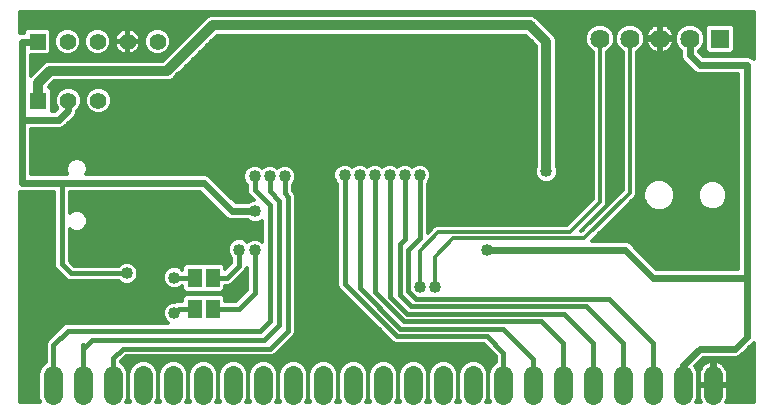
<source format=gbl>
G75*
G70*
%OFA0B0*%
%FSLAX24Y24*%
%IPPOS*%
%LPD*%
%AMOC8*
5,1,8,0,0,1.08239X$1,22.5*
%
%ADD10R,0.0640X0.0640*%
%ADD11C,0.0640*%
%ADD12R,0.0555X0.0555*%
%ADD13C,0.0555*%
%ADD14C,0.0640*%
%ADD15R,0.0460X0.0630*%
%ADD16C,0.0120*%
%ADD17C,0.0400*%
%ADD18C,0.0240*%
%ADD19C,0.0160*%
%ADD20C,0.0320*%
D10*
X023889Y012464D03*
D11*
X022889Y012464D03*
X021889Y012464D03*
X020889Y012464D03*
X019889Y012464D03*
D12*
X001139Y012366D03*
X001170Y010397D03*
D13*
X002170Y010397D03*
X003170Y010397D03*
X003139Y012366D03*
X004139Y012366D03*
X005139Y012366D03*
X002139Y012366D03*
D14*
X001670Y001240D02*
X001670Y000600D01*
X002670Y000600D02*
X002670Y001240D01*
X003670Y001240D02*
X003670Y000600D01*
X004670Y000600D02*
X004670Y001240D01*
X005670Y001240D02*
X005670Y000600D01*
X006670Y000600D02*
X006670Y001240D01*
X007670Y001240D02*
X007670Y000600D01*
X008670Y000600D02*
X008670Y001240D01*
X009670Y001240D02*
X009670Y000600D01*
X010670Y000600D02*
X010670Y001240D01*
X011670Y001240D02*
X011670Y000600D01*
X012670Y000600D02*
X012670Y001240D01*
X013670Y001240D02*
X013670Y000600D01*
X014670Y000600D02*
X014670Y001240D01*
X015670Y001240D02*
X015670Y000600D01*
X016670Y000600D02*
X016670Y001240D01*
X017670Y001240D02*
X017670Y000600D01*
X018670Y000600D02*
X018670Y001240D01*
X019670Y001240D02*
X019670Y000600D01*
X020670Y000600D02*
X020670Y001240D01*
X021670Y001240D02*
X021670Y000600D01*
X022670Y000600D02*
X022670Y001240D01*
X023670Y001240D02*
X023670Y000600D01*
D15*
X006982Y003459D03*
X006382Y003459D03*
X006382Y004492D03*
X006982Y004492D03*
D16*
X000563Y007344D02*
X000563Y000341D01*
X001237Y000341D01*
X001170Y000501D01*
X001170Y001340D01*
X001246Y001524D01*
X001387Y001664D01*
X001410Y001674D01*
X001410Y002184D01*
X001410Y002288D01*
X001450Y002383D01*
X002007Y002941D01*
X002103Y002980D01*
X002206Y002980D01*
X005503Y002980D01*
X005483Y002989D01*
X005376Y003096D01*
X005318Y003235D01*
X005318Y003386D01*
X005376Y003526D01*
X005483Y003633D01*
X005622Y003691D01*
X005727Y003691D01*
X005794Y003718D01*
X005897Y003718D01*
X005972Y003718D01*
X005972Y003848D01*
X006078Y003953D01*
X006678Y003953D01*
X007287Y003953D01*
X007392Y003848D01*
X007392Y003718D01*
X007756Y003718D01*
X008123Y004086D01*
X008123Y004833D01*
X008084Y004738D01*
X007690Y004345D01*
X007617Y004272D01*
X007521Y004232D01*
X007392Y004232D01*
X007392Y004102D01*
X007287Y003997D01*
X006678Y003997D01*
X006078Y003997D01*
X005972Y004102D01*
X005972Y004229D01*
X005913Y004170D01*
X005774Y004112D01*
X005622Y004112D01*
X005483Y004170D01*
X005376Y004277D01*
X005318Y004416D01*
X005318Y004568D01*
X005376Y004707D01*
X005483Y004814D01*
X005622Y004872D01*
X005774Y004872D01*
X005913Y004814D01*
X005972Y004755D01*
X005972Y004881D01*
X006078Y004987D01*
X006678Y004987D01*
X007287Y004987D01*
X007392Y004881D01*
X007392Y004782D01*
X007603Y004993D01*
X007603Y005150D01*
X007541Y005212D01*
X007483Y005351D01*
X007483Y005503D01*
X007541Y005642D01*
X007648Y005749D01*
X007788Y005807D01*
X007939Y005807D01*
X008079Y005749D01*
X008131Y005697D01*
X008168Y005733D01*
X008307Y005791D01*
X008459Y005791D01*
X008598Y005733D01*
X008637Y005695D01*
X008637Y006401D01*
X008620Y006384D01*
X008480Y006327D01*
X008329Y006327D01*
X008189Y006384D01*
X008167Y006407D01*
X007677Y006407D01*
X007558Y006407D01*
X007447Y006452D01*
X006558Y007342D01*
X002218Y007342D01*
X002218Y006655D01*
X002248Y006684D01*
X002379Y006739D01*
X002521Y006739D01*
X002652Y006684D01*
X002753Y006584D01*
X002807Y006453D01*
X002807Y006311D01*
X002753Y006179D01*
X002652Y006079D01*
X002521Y006025D01*
X002379Y006025D01*
X002248Y006079D01*
X002218Y006109D01*
X002218Y005043D01*
X002361Y004900D01*
X003846Y004900D01*
X003908Y004962D01*
X004048Y005020D01*
X004199Y005020D01*
X004338Y004962D01*
X004445Y004855D01*
X004503Y004715D01*
X004503Y004564D01*
X004445Y004424D01*
X004338Y004317D01*
X004199Y004260D01*
X004048Y004260D01*
X003908Y004317D01*
X003846Y004380D01*
X002305Y004380D01*
X002201Y004380D01*
X002106Y004419D01*
X001811Y004714D01*
X001737Y004788D01*
X001698Y004883D01*
X001698Y007342D01*
X000689Y007342D01*
X000569Y007342D01*
X000563Y007344D01*
X000563Y007274D02*
X001698Y007274D01*
X001698Y007155D02*
X000563Y007155D01*
X000563Y007037D02*
X001698Y007037D01*
X001698Y006918D02*
X000563Y006918D01*
X000563Y006800D02*
X001698Y006800D01*
X001698Y006681D02*
X000563Y006681D01*
X000563Y006563D02*
X001698Y006563D01*
X001698Y006444D02*
X000563Y006444D01*
X000563Y006326D02*
X001698Y006326D01*
X001698Y006207D02*
X000563Y006207D01*
X000563Y006088D02*
X001698Y006088D01*
X001698Y005970D02*
X000563Y005970D01*
X000563Y005851D02*
X001698Y005851D01*
X001698Y005733D02*
X000563Y005733D01*
X000563Y005614D02*
X001698Y005614D01*
X001698Y005496D02*
X000563Y005496D01*
X000563Y005377D02*
X001698Y005377D01*
X001698Y005259D02*
X000563Y005259D01*
X000563Y005140D02*
X001698Y005140D01*
X001698Y005022D02*
X000563Y005022D01*
X000563Y004903D02*
X001698Y004903D01*
X001741Y004784D02*
X000563Y004784D01*
X000563Y004666D02*
X001859Y004666D01*
X001978Y004547D02*
X000563Y004547D01*
X000563Y004429D02*
X002096Y004429D01*
X002357Y004903D02*
X003849Y004903D01*
X004397Y004903D02*
X005994Y004903D01*
X005972Y004784D02*
X005943Y004784D01*
X005453Y004784D02*
X004474Y004784D01*
X004503Y004666D02*
X005359Y004666D01*
X005318Y004547D02*
X004496Y004547D01*
X004447Y004429D02*
X005318Y004429D01*
X005362Y004310D02*
X004321Y004310D01*
X003925Y004310D02*
X000563Y004310D01*
X000563Y004192D02*
X005461Y004192D01*
X005935Y004192D02*
X005972Y004192D01*
X006001Y004073D02*
X000563Y004073D01*
X000563Y003955D02*
X007992Y003955D01*
X008110Y004073D02*
X007363Y004073D01*
X007392Y004192D02*
X008123Y004192D01*
X008123Y004310D02*
X007656Y004310D01*
X007774Y004429D02*
X008123Y004429D01*
X008123Y004547D02*
X007893Y004547D01*
X008011Y004666D02*
X008123Y004666D01*
X008123Y004784D02*
X008103Y004784D01*
X007603Y005022D02*
X002239Y005022D01*
X002218Y005140D02*
X007603Y005140D01*
X007522Y005259D02*
X002218Y005259D01*
X002218Y005377D02*
X007483Y005377D01*
X007483Y005496D02*
X002218Y005496D01*
X002218Y005614D02*
X007530Y005614D01*
X007632Y005733D02*
X002218Y005733D01*
X002218Y005851D02*
X008637Y005851D01*
X008637Y005733D02*
X008599Y005733D01*
X008637Y005970D02*
X002218Y005970D01*
X002218Y006088D02*
X002238Y006088D01*
X002662Y006088D02*
X008637Y006088D01*
X008637Y006207D02*
X002764Y006207D01*
X002807Y006326D02*
X008637Y006326D01*
X009747Y006326D02*
X011123Y006326D01*
X011123Y006444D02*
X009747Y006444D01*
X009747Y006563D02*
X011123Y006563D01*
X011123Y006681D02*
X009747Y006681D01*
X009747Y006800D02*
X011123Y006800D01*
X011123Y006918D02*
X009747Y006918D01*
X009747Y007037D02*
X011123Y007037D01*
X011123Y007155D02*
X009747Y007155D01*
X009747Y007250D02*
X009708Y007346D01*
X009643Y007411D01*
X009643Y007594D01*
X009705Y007656D01*
X009763Y007796D01*
X009763Y007947D01*
X009705Y008086D01*
X009598Y008193D01*
X009459Y008251D01*
X009307Y008251D01*
X009168Y008193D01*
X009133Y008159D01*
X009098Y008193D01*
X008959Y008251D01*
X008807Y008251D01*
X008668Y008193D01*
X008633Y008159D01*
X008598Y008193D01*
X008459Y008251D01*
X008307Y008251D01*
X008168Y008193D01*
X008061Y008086D01*
X008003Y007947D01*
X008003Y007796D01*
X008061Y007656D01*
X008123Y007594D01*
X008123Y007469D01*
X008123Y007365D01*
X008163Y007270D01*
X008346Y007086D01*
X008329Y007086D01*
X008189Y007029D01*
X008167Y007006D01*
X007741Y007006D01*
X006936Y007811D01*
X006936Y007811D01*
X006852Y007896D01*
X006742Y007942D01*
X002765Y007942D01*
X002807Y008043D01*
X002807Y008185D01*
X002753Y008316D01*
X002652Y008417D01*
X002521Y008471D01*
X002379Y008471D01*
X002248Y008417D01*
X002147Y008316D01*
X002093Y008185D01*
X002093Y008043D01*
X002135Y007942D01*
X001898Y007942D01*
X000929Y007942D01*
X000929Y009458D01*
X001919Y009458D01*
X002029Y009503D01*
X002114Y009588D01*
X002425Y009899D01*
X002470Y010009D01*
X002470Y010050D01*
X002558Y010138D01*
X002628Y010306D01*
X002628Y010488D01*
X002558Y010657D01*
X002430Y010785D01*
X002261Y010855D01*
X002079Y010855D01*
X001911Y010785D01*
X001783Y010657D01*
X001713Y010488D01*
X001713Y010306D01*
X001783Y010138D01*
X001799Y010122D01*
X001735Y010058D01*
X001628Y010058D01*
X001628Y010749D01*
X001522Y010855D01*
X001518Y010855D01*
X001705Y011042D01*
X005384Y011042D01*
X005520Y011042D01*
X005644Y011094D01*
X007118Y012567D01*
X017417Y012567D01*
X017760Y012225D01*
X017760Y008207D01*
X017720Y008111D01*
X017720Y007960D01*
X017777Y007820D01*
X017884Y007713D01*
X018024Y007655D01*
X018175Y007655D01*
X018315Y007713D01*
X018422Y007820D01*
X018479Y007960D01*
X018479Y008111D01*
X018439Y008207D01*
X018439Y012434D01*
X018388Y012559D01*
X018292Y012654D01*
X017751Y013196D01*
X017626Y013247D01*
X017491Y013247D01*
X007045Y013247D01*
X006910Y013247D01*
X006785Y013196D01*
X005311Y011722D01*
X001496Y011722D01*
X001371Y011670D01*
X001276Y011574D01*
X000929Y011227D01*
X000929Y011909D01*
X001491Y011909D01*
X001596Y012014D01*
X001596Y012718D01*
X001491Y012823D01*
X000787Y012823D01*
X000681Y012718D01*
X000681Y012666D01*
X000569Y012666D01*
X000563Y012663D01*
X000563Y013367D01*
X025006Y013367D01*
X025006Y011789D01*
X024962Y011833D01*
X024852Y011879D01*
X024733Y011879D01*
X023342Y011879D01*
X023189Y012032D01*
X023189Y012057D01*
X023313Y012181D01*
X023389Y012365D01*
X023389Y012564D01*
X023313Y012748D01*
X023172Y012888D01*
X022988Y012964D01*
X022789Y012964D01*
X022606Y012888D01*
X022465Y012748D01*
X022389Y012564D01*
X022389Y012365D01*
X022465Y012181D01*
X022589Y012057D01*
X022589Y011967D01*
X022589Y011848D01*
X022635Y011737D01*
X022963Y011409D01*
X023048Y011324D01*
X023158Y011279D01*
X024492Y011279D01*
X024492Y004792D01*
X021767Y004792D01*
X020883Y005676D01*
X020773Y005721D01*
X020654Y005721D01*
X019622Y005721D01*
X021092Y007192D01*
X021129Y007280D01*
X021129Y007375D01*
X021129Y012023D01*
X021172Y012041D01*
X021313Y012181D01*
X021389Y012365D01*
X021389Y012564D01*
X021313Y012748D01*
X021172Y012888D01*
X020988Y012964D01*
X020789Y012964D01*
X020606Y012888D01*
X020465Y012748D01*
X020389Y012564D01*
X020313Y012748D01*
X020172Y012888D01*
X019988Y012964D01*
X019789Y012964D01*
X019606Y012888D01*
X019465Y012748D01*
X019389Y012564D01*
X019389Y012365D01*
X019465Y012181D01*
X019606Y012041D01*
X019649Y012023D01*
X019649Y007111D01*
X018799Y006260D01*
X014454Y006260D01*
X014366Y006224D01*
X014299Y006156D01*
X014143Y006001D01*
X014143Y007634D01*
X014205Y007696D01*
X014263Y007836D01*
X014263Y007987D01*
X014205Y008126D01*
X014098Y008233D01*
X013959Y008291D01*
X013807Y008291D01*
X013668Y008233D01*
X013633Y008199D01*
X013598Y008233D01*
X013459Y008291D01*
X013307Y008291D01*
X013168Y008233D01*
X013133Y008199D01*
X013098Y008233D01*
X012959Y008291D01*
X012807Y008291D01*
X012668Y008233D01*
X012633Y008199D01*
X012598Y008233D01*
X012459Y008291D01*
X012307Y008291D01*
X012168Y008233D01*
X012133Y008199D01*
X012098Y008233D01*
X011959Y008291D01*
X011807Y008291D01*
X011668Y008233D01*
X011633Y008199D01*
X011598Y008233D01*
X011459Y008291D01*
X011307Y008291D01*
X011168Y008233D01*
X011061Y008126D01*
X011003Y007987D01*
X011003Y007836D01*
X011061Y007696D01*
X011123Y007634D01*
X011123Y004345D01*
X011123Y004241D01*
X011163Y004146D01*
X012914Y002394D01*
X012987Y002321D01*
X013083Y002281D01*
X016006Y002281D01*
X016410Y001876D01*
X016410Y001674D01*
X016387Y001664D01*
X016246Y001524D01*
X016170Y001340D01*
X016094Y001524D01*
X015954Y001664D01*
X015770Y001740D01*
X015571Y001740D01*
X015387Y001664D01*
X015246Y001524D01*
X015170Y001340D01*
X015094Y001524D01*
X014954Y001664D01*
X014770Y001740D01*
X014571Y001740D01*
X014387Y001664D01*
X014246Y001524D01*
X014170Y001340D01*
X014094Y001524D01*
X013954Y001664D01*
X013770Y001740D01*
X013571Y001740D01*
X013387Y001664D01*
X013246Y001524D01*
X013170Y001340D01*
X013094Y001524D01*
X012954Y001664D01*
X012770Y001740D01*
X012571Y001740D01*
X012387Y001664D01*
X012246Y001524D01*
X012170Y001340D01*
X012094Y001524D01*
X011954Y001664D01*
X011770Y001740D01*
X011571Y001740D01*
X011387Y001664D01*
X011246Y001524D01*
X011170Y001340D01*
X011094Y001524D01*
X010954Y001664D01*
X010770Y001740D01*
X010571Y001740D01*
X010387Y001664D01*
X010246Y001524D01*
X010170Y001340D01*
X010094Y001524D01*
X009954Y001664D01*
X009770Y001740D01*
X009571Y001740D01*
X009387Y001664D01*
X009246Y001524D01*
X009170Y001340D01*
X009094Y001524D01*
X008954Y001664D01*
X008770Y001740D01*
X008571Y001740D01*
X008387Y001664D01*
X008246Y001524D01*
X008170Y001340D01*
X008094Y001524D01*
X007954Y001664D01*
X007770Y001740D01*
X007571Y001740D01*
X007387Y001664D01*
X007246Y001524D01*
X007170Y001340D01*
X007094Y001524D01*
X006954Y001664D01*
X006770Y001740D01*
X006571Y001740D01*
X006387Y001664D01*
X006246Y001524D01*
X006170Y001340D01*
X006094Y001524D01*
X005954Y001664D01*
X005770Y001740D01*
X005571Y001740D01*
X005387Y001664D01*
X005246Y001524D01*
X005170Y001340D01*
X005094Y001524D01*
X004954Y001664D01*
X004770Y001740D01*
X004571Y001740D01*
X004387Y001664D01*
X004246Y001524D01*
X004170Y001340D01*
X004094Y001524D01*
X003954Y001664D01*
X003930Y001674D01*
X003930Y001714D01*
X004086Y001870D01*
X008948Y001870D01*
X009044Y001909D01*
X009117Y001982D01*
X009708Y002573D01*
X009747Y002669D01*
X009747Y002772D01*
X009747Y007250D01*
X009738Y007274D02*
X011123Y007274D01*
X011123Y007392D02*
X009661Y007392D01*
X009643Y007511D02*
X011123Y007511D01*
X011123Y007629D02*
X009679Y007629D01*
X009743Y007748D02*
X011039Y007748D01*
X011003Y007867D02*
X009763Y007867D01*
X009747Y007985D02*
X011003Y007985D01*
X011051Y008104D02*
X009688Y008104D01*
X009529Y008222D02*
X011157Y008222D01*
X011609Y008222D02*
X011657Y008222D01*
X012109Y008222D02*
X012157Y008222D01*
X012609Y008222D02*
X012657Y008222D01*
X013109Y008222D02*
X013157Y008222D01*
X013609Y008222D02*
X013657Y008222D01*
X014109Y008222D02*
X017760Y008222D01*
X017760Y008341D02*
X002728Y008341D01*
X002792Y008222D02*
X008237Y008222D01*
X008078Y008104D02*
X002807Y008104D01*
X002783Y007985D02*
X008019Y007985D01*
X008003Y007867D02*
X006881Y007867D01*
X007000Y007748D02*
X008023Y007748D01*
X008087Y007629D02*
X007119Y007629D01*
X007237Y007511D02*
X008123Y007511D01*
X008123Y007392D02*
X007356Y007392D01*
X007474Y007274D02*
X008161Y007274D01*
X008277Y007155D02*
X007593Y007155D01*
X007711Y007037D02*
X008209Y007037D01*
X007218Y006681D02*
X002656Y006681D01*
X002762Y006563D02*
X007337Y006563D01*
X007467Y006444D02*
X002807Y006444D01*
X002244Y006681D02*
X002218Y006681D01*
X002218Y006800D02*
X007100Y006800D01*
X006981Y006918D02*
X002218Y006918D01*
X002218Y007037D02*
X006863Y007037D01*
X006744Y007155D02*
X002218Y007155D01*
X002218Y007274D02*
X006626Y007274D01*
X008529Y008222D02*
X008737Y008222D01*
X009029Y008222D02*
X009237Y008222D01*
X009747Y006207D02*
X011123Y006207D01*
X011123Y006088D02*
X009747Y006088D01*
X009747Y005970D02*
X011123Y005970D01*
X011123Y005851D02*
X009747Y005851D01*
X009747Y005733D02*
X011123Y005733D01*
X011123Y005614D02*
X009747Y005614D01*
X009747Y005496D02*
X011123Y005496D01*
X011123Y005377D02*
X009747Y005377D01*
X009747Y005259D02*
X011123Y005259D01*
X011123Y005140D02*
X009747Y005140D01*
X009747Y005022D02*
X011123Y005022D01*
X011123Y004903D02*
X009747Y004903D01*
X009747Y004784D02*
X011123Y004784D01*
X011123Y004666D02*
X009747Y004666D01*
X009747Y004547D02*
X011123Y004547D01*
X011123Y004429D02*
X009747Y004429D01*
X009747Y004310D02*
X011123Y004310D01*
X011143Y004192D02*
X009747Y004192D01*
X009747Y004073D02*
X011235Y004073D01*
X011353Y003955D02*
X009747Y003955D01*
X009747Y003836D02*
X011472Y003836D01*
X011591Y003718D02*
X009747Y003718D01*
X009747Y003599D02*
X011709Y003599D01*
X011828Y003480D02*
X009747Y003480D01*
X009747Y003362D02*
X011946Y003362D01*
X012065Y003243D02*
X009747Y003243D01*
X009747Y003125D02*
X012183Y003125D01*
X012302Y003006D02*
X009747Y003006D01*
X009747Y002888D02*
X012420Y002888D01*
X012539Y002769D02*
X009747Y002769D01*
X009740Y002651D02*
X012657Y002651D01*
X012776Y002532D02*
X009667Y002532D01*
X009548Y002414D02*
X012895Y002414D01*
X012914Y002394D02*
X012914Y002394D01*
X013050Y002295D02*
X009430Y002295D01*
X009311Y002176D02*
X016110Y002176D01*
X016229Y002058D02*
X009193Y002058D01*
X009074Y001939D02*
X016347Y001939D01*
X016410Y001821D02*
X004037Y001821D01*
X003930Y001702D02*
X004479Y001702D01*
X004307Y001584D02*
X004034Y001584D01*
X004118Y001465D02*
X004222Y001465D01*
X004173Y001347D02*
X004168Y001347D01*
X004170Y001340D02*
X004170Y000501D01*
X004104Y000341D01*
X004237Y000341D01*
X004170Y000501D01*
X004170Y001340D01*
X004170Y001228D02*
X004170Y001228D01*
X004170Y001110D02*
X004170Y001110D01*
X004170Y000991D02*
X004170Y000991D01*
X004170Y000873D02*
X004170Y000873D01*
X004170Y000754D02*
X004170Y000754D01*
X004170Y000635D02*
X004170Y000635D01*
X004170Y000517D02*
X004170Y000517D01*
X004128Y000398D02*
X004213Y000398D01*
X005104Y000341D02*
X005170Y000501D01*
X005170Y001340D01*
X005170Y000501D01*
X005237Y000341D01*
X005104Y000341D01*
X005128Y000398D02*
X005213Y000398D01*
X005170Y000517D02*
X005170Y000517D01*
X005170Y000635D02*
X005170Y000635D01*
X005170Y000754D02*
X005170Y000754D01*
X005170Y000873D02*
X005170Y000873D01*
X005170Y000991D02*
X005170Y000991D01*
X005170Y001110D02*
X005170Y001110D01*
X005170Y001228D02*
X005170Y001228D01*
X005168Y001347D02*
X005173Y001347D01*
X005222Y001465D02*
X005118Y001465D01*
X005034Y001584D02*
X005307Y001584D01*
X005479Y001702D02*
X004862Y001702D01*
X005862Y001702D02*
X006479Y001702D01*
X006307Y001584D02*
X006034Y001584D01*
X006118Y001465D02*
X006222Y001465D01*
X006173Y001347D02*
X006168Y001347D01*
X006170Y001340D02*
X006170Y000501D01*
X006104Y000341D01*
X006237Y000341D01*
X006170Y000501D01*
X006170Y001340D01*
X006170Y001228D02*
X006170Y001228D01*
X006170Y001110D02*
X006170Y001110D01*
X006170Y000991D02*
X006170Y000991D01*
X006170Y000873D02*
X006170Y000873D01*
X006170Y000754D02*
X006170Y000754D01*
X006170Y000635D02*
X006170Y000635D01*
X006170Y000517D02*
X006170Y000517D01*
X006128Y000398D02*
X006213Y000398D01*
X007104Y000341D02*
X007170Y000501D01*
X007170Y001340D01*
X007170Y000501D01*
X007237Y000341D01*
X007104Y000341D01*
X007128Y000398D02*
X007213Y000398D01*
X007170Y000517D02*
X007170Y000517D01*
X007170Y000635D02*
X007170Y000635D01*
X007170Y000754D02*
X007170Y000754D01*
X007170Y000873D02*
X007170Y000873D01*
X007170Y000991D02*
X007170Y000991D01*
X007170Y001110D02*
X007170Y001110D01*
X007170Y001228D02*
X007170Y001228D01*
X007168Y001347D02*
X007173Y001347D01*
X007222Y001465D02*
X007118Y001465D01*
X007034Y001584D02*
X007307Y001584D01*
X007479Y001702D02*
X006862Y001702D01*
X007862Y001702D02*
X008479Y001702D01*
X008307Y001584D02*
X008034Y001584D01*
X008118Y001465D02*
X008222Y001465D01*
X008173Y001347D02*
X008168Y001347D01*
X008170Y001340D02*
X008170Y000501D01*
X008104Y000341D01*
X008237Y000341D01*
X008170Y000501D01*
X008170Y001340D01*
X008170Y001228D02*
X008170Y001228D01*
X008170Y001110D02*
X008170Y001110D01*
X008170Y000991D02*
X008170Y000991D01*
X008170Y000873D02*
X008170Y000873D01*
X008170Y000754D02*
X008170Y000754D01*
X008170Y000635D02*
X008170Y000635D01*
X008170Y000517D02*
X008170Y000517D01*
X008128Y000398D02*
X008213Y000398D01*
X009104Y000341D02*
X009170Y000501D01*
X009170Y001340D01*
X009170Y000501D01*
X009237Y000341D01*
X009104Y000341D01*
X009128Y000398D02*
X009213Y000398D01*
X009170Y000517D02*
X009170Y000517D01*
X009170Y000635D02*
X009170Y000635D01*
X009170Y000754D02*
X009170Y000754D01*
X009170Y000873D02*
X009170Y000873D01*
X009170Y000991D02*
X009170Y000991D01*
X009170Y001110D02*
X009170Y001110D01*
X009170Y001228D02*
X009170Y001228D01*
X009168Y001347D02*
X009173Y001347D01*
X009222Y001465D02*
X009118Y001465D01*
X009034Y001584D02*
X009307Y001584D01*
X009479Y001702D02*
X008862Y001702D01*
X009862Y001702D02*
X010479Y001702D01*
X010307Y001584D02*
X010034Y001584D01*
X010118Y001465D02*
X010222Y001465D01*
X010173Y001347D02*
X010168Y001347D01*
X010170Y001340D02*
X010170Y000501D01*
X010104Y000341D01*
X010237Y000341D01*
X010170Y000501D01*
X010170Y001340D01*
X010170Y001228D02*
X010170Y001228D01*
X010170Y001110D02*
X010170Y001110D01*
X010170Y000991D02*
X010170Y000991D01*
X010170Y000873D02*
X010170Y000873D01*
X010170Y000754D02*
X010170Y000754D01*
X010170Y000635D02*
X010170Y000635D01*
X010170Y000517D02*
X010170Y000517D01*
X010128Y000398D02*
X010213Y000398D01*
X011104Y000341D02*
X011170Y000501D01*
X011170Y001340D01*
X011170Y000501D01*
X011237Y000341D01*
X011104Y000341D01*
X011128Y000398D02*
X011213Y000398D01*
X011170Y000517D02*
X011170Y000517D01*
X011170Y000635D02*
X011170Y000635D01*
X011170Y000754D02*
X011170Y000754D01*
X011170Y000873D02*
X011170Y000873D01*
X011170Y000991D02*
X011170Y000991D01*
X011170Y001110D02*
X011170Y001110D01*
X011170Y001228D02*
X011170Y001228D01*
X011168Y001347D02*
X011173Y001347D01*
X011222Y001465D02*
X011118Y001465D01*
X011034Y001584D02*
X011307Y001584D01*
X011479Y001702D02*
X010862Y001702D01*
X011862Y001702D02*
X012479Y001702D01*
X012307Y001584D02*
X012034Y001584D01*
X012118Y001465D02*
X012222Y001465D01*
X012173Y001347D02*
X012168Y001347D01*
X012170Y001340D02*
X012170Y000501D01*
X012104Y000341D01*
X012237Y000341D01*
X012170Y000501D01*
X012170Y001340D01*
X012170Y001228D02*
X012170Y001228D01*
X012170Y001110D02*
X012170Y001110D01*
X012170Y000991D02*
X012170Y000991D01*
X012170Y000873D02*
X012170Y000873D01*
X012170Y000754D02*
X012170Y000754D01*
X012170Y000635D02*
X012170Y000635D01*
X012170Y000517D02*
X012170Y000517D01*
X012128Y000398D02*
X012213Y000398D01*
X013104Y000341D02*
X013170Y000501D01*
X013170Y001340D01*
X013170Y000501D01*
X013237Y000341D01*
X013104Y000341D01*
X013128Y000398D02*
X013213Y000398D01*
X013170Y000517D02*
X013170Y000517D01*
X013170Y000635D02*
X013170Y000635D01*
X013170Y000754D02*
X013170Y000754D01*
X013170Y000873D02*
X013170Y000873D01*
X013170Y000991D02*
X013170Y000991D01*
X013170Y001110D02*
X013170Y001110D01*
X013170Y001228D02*
X013170Y001228D01*
X013168Y001347D02*
X013173Y001347D01*
X013222Y001465D02*
X013118Y001465D01*
X013034Y001584D02*
X013307Y001584D01*
X013479Y001702D02*
X012862Y001702D01*
X013862Y001702D02*
X014479Y001702D01*
X014307Y001584D02*
X014034Y001584D01*
X014118Y001465D02*
X014222Y001465D01*
X014173Y001347D02*
X014168Y001347D01*
X014170Y001340D02*
X014170Y000501D01*
X014104Y000341D01*
X014237Y000341D01*
X014170Y000501D01*
X014170Y001340D01*
X014170Y001228D02*
X014170Y001228D01*
X014170Y001110D02*
X014170Y001110D01*
X014170Y000991D02*
X014170Y000991D01*
X014170Y000873D02*
X014170Y000873D01*
X014170Y000754D02*
X014170Y000754D01*
X014170Y000635D02*
X014170Y000635D01*
X014170Y000517D02*
X014170Y000517D01*
X014128Y000398D02*
X014213Y000398D01*
X015104Y000341D02*
X015170Y000501D01*
X015170Y001340D01*
X015170Y000501D01*
X015237Y000341D01*
X015104Y000341D01*
X015128Y000398D02*
X015213Y000398D01*
X015170Y000517D02*
X015170Y000517D01*
X015170Y000635D02*
X015170Y000635D01*
X015170Y000754D02*
X015170Y000754D01*
X015170Y000873D02*
X015170Y000873D01*
X015170Y000991D02*
X015170Y000991D01*
X015170Y001110D02*
X015170Y001110D01*
X015170Y001228D02*
X015170Y001228D01*
X015168Y001347D02*
X015173Y001347D01*
X015222Y001465D02*
X015118Y001465D01*
X015034Y001584D02*
X015307Y001584D01*
X015479Y001702D02*
X014862Y001702D01*
X015862Y001702D02*
X016410Y001702D01*
X016307Y001584D02*
X016034Y001584D01*
X016118Y001465D02*
X016222Y001465D01*
X016173Y001347D02*
X016168Y001347D01*
X016170Y001340D02*
X016170Y000501D01*
X016104Y000341D01*
X016237Y000341D01*
X016170Y000501D01*
X016170Y001340D01*
X016170Y001228D02*
X016170Y001228D01*
X016170Y001110D02*
X016170Y001110D01*
X016170Y000991D02*
X016170Y000991D01*
X016170Y000873D02*
X016170Y000873D01*
X016170Y000754D02*
X016170Y000754D01*
X016170Y000635D02*
X016170Y000635D01*
X016170Y000517D02*
X016170Y000517D01*
X016128Y000398D02*
X016213Y000398D01*
X023104Y000341D02*
X023170Y000501D01*
X023170Y001340D01*
X023094Y001524D01*
X023065Y001553D01*
X023342Y001830D01*
X024458Y001830D01*
X024569Y001875D01*
X024653Y001960D01*
X025006Y002313D01*
X025006Y000341D01*
X024075Y000341D01*
X024081Y000349D01*
X024115Y000416D01*
X024139Y000488D01*
X024150Y000563D01*
X024150Y000880D01*
X023711Y000880D01*
X023711Y000960D01*
X024150Y000960D01*
X024150Y001278D01*
X024139Y001353D01*
X024115Y001425D01*
X024081Y001492D01*
X024036Y001553D01*
X023983Y001607D01*
X023922Y001651D01*
X023855Y001685D01*
X023783Y001709D01*
X023710Y001720D01*
X023710Y000961D01*
X023630Y000961D01*
X023630Y001720D01*
X023558Y001709D01*
X023486Y001685D01*
X023419Y001651D01*
X023358Y001607D01*
X023304Y001553D01*
X023260Y001492D01*
X023226Y001425D01*
X023202Y001353D01*
X023190Y001278D01*
X023190Y000960D01*
X023630Y000960D01*
X023630Y000880D01*
X023190Y000880D01*
X023190Y000563D01*
X023202Y000488D01*
X023226Y000416D01*
X023260Y000349D01*
X023265Y000341D01*
X023104Y000341D01*
X023128Y000398D02*
X023235Y000398D01*
X023198Y000517D02*
X023170Y000517D01*
X023170Y000635D02*
X023190Y000635D01*
X023190Y000754D02*
X023170Y000754D01*
X023170Y000873D02*
X023190Y000873D01*
X023190Y000991D02*
X023170Y000991D01*
X023170Y001110D02*
X023190Y001110D01*
X023190Y001228D02*
X023170Y001228D01*
X023168Y001347D02*
X023201Y001347D01*
X023246Y001465D02*
X023118Y001465D01*
X023096Y001584D02*
X023335Y001584D01*
X023214Y001702D02*
X023539Y001702D01*
X023630Y001702D02*
X023710Y001702D01*
X023802Y001702D02*
X025006Y001702D01*
X025006Y001584D02*
X024006Y001584D01*
X024095Y001465D02*
X025006Y001465D01*
X025006Y001347D02*
X024140Y001347D01*
X024150Y001228D02*
X025006Y001228D01*
X025006Y001110D02*
X024150Y001110D01*
X024150Y000991D02*
X025006Y000991D01*
X025006Y000873D02*
X024150Y000873D01*
X024150Y000754D02*
X025006Y000754D01*
X025006Y000635D02*
X024150Y000635D01*
X024143Y000517D02*
X025006Y000517D01*
X025006Y000398D02*
X024106Y000398D01*
X023710Y000991D02*
X023630Y000991D01*
X023630Y001110D02*
X023710Y001110D01*
X023710Y001228D02*
X023630Y001228D01*
X023630Y001347D02*
X023710Y001347D01*
X023710Y001465D02*
X023630Y001465D01*
X023630Y001584D02*
X023710Y001584D01*
X023333Y001821D02*
X025006Y001821D01*
X025006Y001939D02*
X024633Y001939D01*
X024751Y002058D02*
X025006Y002058D01*
X025006Y002176D02*
X024870Y002176D01*
X024988Y002295D02*
X025006Y002295D01*
X024492Y004903D02*
X021656Y004903D01*
X021537Y005022D02*
X024492Y005022D01*
X024492Y005140D02*
X021419Y005140D01*
X021300Y005259D02*
X024492Y005259D01*
X024492Y005377D02*
X021182Y005377D01*
X021063Y005496D02*
X024492Y005496D01*
X024492Y005614D02*
X020945Y005614D01*
X019989Y006088D02*
X024492Y006088D01*
X024492Y005970D02*
X019871Y005970D01*
X019752Y005851D02*
X024492Y005851D01*
X024492Y005733D02*
X019634Y005733D01*
X019372Y005810D02*
X020889Y007328D01*
X020889Y012464D01*
X021342Y012253D02*
X021458Y012253D01*
X021444Y012280D02*
X021478Y012213D01*
X021523Y012152D01*
X021576Y012098D01*
X021637Y012054D01*
X021705Y012020D01*
X021776Y011996D01*
X021849Y011985D01*
X021849Y012424D01*
X021929Y012424D01*
X021929Y011985D01*
X022001Y011996D01*
X022073Y012020D01*
X022140Y012054D01*
X022202Y012098D01*
X022255Y012152D01*
X022299Y012213D01*
X022334Y012280D01*
X022357Y012352D01*
X022368Y012424D01*
X021929Y012424D01*
X021929Y012504D01*
X022368Y012504D01*
X022357Y012577D01*
X022334Y012649D01*
X022299Y012716D01*
X022255Y012777D01*
X022202Y012831D01*
X022140Y012875D01*
X022073Y012909D01*
X022001Y012933D01*
X021929Y012944D01*
X021929Y012505D01*
X021849Y012505D01*
X021849Y012944D01*
X021776Y012933D01*
X021705Y012909D01*
X021637Y012875D01*
X021576Y012831D01*
X021523Y012777D01*
X021478Y012716D01*
X021444Y012649D01*
X021421Y012577D01*
X021409Y012504D01*
X021849Y012504D01*
X021849Y012424D01*
X021409Y012424D01*
X021421Y012352D01*
X021444Y012280D01*
X021418Y012371D02*
X021389Y012371D01*
X021389Y012490D02*
X021849Y012490D01*
X021929Y012490D02*
X022389Y012490D01*
X022389Y012371D02*
X022360Y012371D01*
X022320Y012253D02*
X022435Y012253D01*
X022512Y012134D02*
X022237Y012134D01*
X022061Y012016D02*
X022589Y012016D01*
X022589Y011897D02*
X021129Y011897D01*
X021129Y011779D02*
X022618Y011779D01*
X022712Y011660D02*
X021129Y011660D01*
X021129Y011541D02*
X022831Y011541D01*
X022949Y011423D02*
X021129Y011423D01*
X021129Y011304D02*
X023096Y011304D01*
X022963Y011409D02*
X022963Y011409D01*
X023323Y011897D02*
X025006Y011897D01*
X025006Y012016D02*
X024335Y012016D01*
X024283Y011964D02*
X024389Y012070D01*
X024389Y012859D01*
X024283Y012964D01*
X023494Y012964D01*
X022989Y012964D01*
X022788Y012964D02*
X020989Y012964D01*
X020788Y012964D02*
X019989Y012964D01*
X019788Y012964D02*
X017982Y012964D01*
X017864Y013082D02*
X025006Y013082D01*
X025006Y012964D02*
X024284Y012964D01*
X024389Y012845D02*
X025006Y012845D01*
X025006Y012727D02*
X024389Y012727D01*
X024389Y012608D02*
X025006Y012608D01*
X025006Y012490D02*
X024389Y012490D01*
X024389Y012371D02*
X025006Y012371D01*
X025006Y012253D02*
X024389Y012253D01*
X024389Y012134D02*
X025006Y012134D01*
X024283Y011964D02*
X023494Y011964D01*
X023389Y012070D01*
X023389Y012859D01*
X023494Y012964D01*
X023389Y012845D02*
X023215Y012845D01*
X023321Y012727D02*
X023389Y012727D01*
X023389Y012608D02*
X023370Y012608D01*
X023389Y012490D02*
X023389Y012490D01*
X023389Y012371D02*
X023389Y012371D01*
X023389Y012253D02*
X023342Y012253D01*
X023389Y012134D02*
X023266Y012134D01*
X023205Y012016D02*
X023443Y012016D01*
X022407Y012608D02*
X022347Y012608D01*
X022291Y012727D02*
X022456Y012727D01*
X022563Y012845D02*
X022181Y012845D01*
X021929Y012845D02*
X021849Y012845D01*
X021849Y012727D02*
X021929Y012727D01*
X021929Y012608D02*
X021849Y012608D01*
X021849Y012371D02*
X021929Y012371D01*
X021929Y012253D02*
X021849Y012253D01*
X021849Y012134D02*
X021929Y012134D01*
X021929Y012016D02*
X021849Y012016D01*
X021717Y012016D02*
X021129Y012016D01*
X021266Y012134D02*
X021540Y012134D01*
X021431Y012608D02*
X021370Y012608D01*
X021321Y012727D02*
X021486Y012727D01*
X021597Y012845D02*
X021215Y012845D01*
X020563Y012845D02*
X020215Y012845D01*
X020321Y012727D02*
X020456Y012727D01*
X020407Y012608D02*
X020370Y012608D01*
X020389Y012564D02*
X020389Y012365D01*
X020465Y012181D01*
X020606Y012041D01*
X020649Y012023D01*
X020649Y007427D01*
X019272Y006050D01*
X019267Y006050D01*
X020092Y006875D01*
X020129Y006964D01*
X020129Y007059D01*
X020129Y012023D01*
X020172Y012041D01*
X020313Y012181D01*
X020389Y012365D01*
X020389Y012564D01*
X020389Y012490D02*
X020389Y012490D01*
X020389Y012371D02*
X020389Y012371D01*
X020435Y012253D02*
X020342Y012253D01*
X020266Y012134D02*
X020512Y012134D01*
X020649Y012016D02*
X020129Y012016D01*
X020129Y011897D02*
X020649Y011897D01*
X020649Y011779D02*
X020129Y011779D01*
X020129Y011660D02*
X020649Y011660D01*
X020649Y011541D02*
X020129Y011541D01*
X020129Y011423D02*
X020649Y011423D01*
X020649Y011304D02*
X020129Y011304D01*
X020129Y011186D02*
X020649Y011186D01*
X020649Y011067D02*
X020129Y011067D01*
X020129Y010949D02*
X020649Y010949D01*
X020649Y010830D02*
X020129Y010830D01*
X020129Y010712D02*
X020649Y010712D01*
X020649Y010593D02*
X020129Y010593D01*
X020129Y010475D02*
X020649Y010475D01*
X020649Y010356D02*
X020129Y010356D01*
X020129Y010237D02*
X020649Y010237D01*
X020649Y010119D02*
X020129Y010119D01*
X020129Y010000D02*
X020649Y010000D01*
X020649Y009882D02*
X020129Y009882D01*
X020129Y009763D02*
X020649Y009763D01*
X020649Y009645D02*
X020129Y009645D01*
X020129Y009526D02*
X020649Y009526D01*
X020649Y009408D02*
X020129Y009408D01*
X020129Y009289D02*
X020649Y009289D01*
X020649Y009171D02*
X020129Y009171D01*
X020129Y009052D02*
X020649Y009052D01*
X020649Y008933D02*
X020129Y008933D01*
X020129Y008815D02*
X020649Y008815D01*
X020649Y008696D02*
X020129Y008696D01*
X020129Y008578D02*
X020649Y008578D01*
X020649Y008459D02*
X020129Y008459D01*
X020129Y008341D02*
X020649Y008341D01*
X020649Y008222D02*
X020129Y008222D01*
X020129Y008104D02*
X020649Y008104D01*
X020649Y007985D02*
X020129Y007985D01*
X020129Y007867D02*
X020649Y007867D01*
X020649Y007748D02*
X020129Y007748D01*
X020129Y007629D02*
X020649Y007629D01*
X020649Y007511D02*
X020129Y007511D01*
X020129Y007392D02*
X020614Y007392D01*
X020496Y007274D02*
X020129Y007274D01*
X020129Y007155D02*
X020377Y007155D01*
X020259Y007037D02*
X020129Y007037D01*
X020140Y006918D02*
X020110Y006918D01*
X020022Y006800D02*
X020017Y006800D01*
X019903Y006681D02*
X019898Y006681D01*
X019785Y006563D02*
X019780Y006563D01*
X019666Y006444D02*
X019661Y006444D01*
X019547Y006326D02*
X019543Y006326D01*
X019429Y006207D02*
X019424Y006207D01*
X019310Y006088D02*
X019305Y006088D01*
X018898Y006020D02*
X019889Y007011D01*
X019889Y012464D01*
X019435Y012253D02*
X018439Y012253D01*
X018439Y012371D02*
X019389Y012371D01*
X019389Y012490D02*
X018416Y012490D01*
X018338Y012608D02*
X019407Y012608D01*
X019456Y012727D02*
X018219Y012727D01*
X018292Y012654D02*
X018292Y012654D01*
X018101Y012845D02*
X019563Y012845D01*
X019512Y012134D02*
X018439Y012134D01*
X018439Y012016D02*
X019649Y012016D01*
X019649Y011897D02*
X018439Y011897D01*
X018439Y011779D02*
X019649Y011779D01*
X019649Y011660D02*
X018439Y011660D01*
X018439Y011541D02*
X019649Y011541D01*
X019649Y011423D02*
X018439Y011423D01*
X018439Y011304D02*
X019649Y011304D01*
X019649Y011186D02*
X018439Y011186D01*
X018439Y011067D02*
X019649Y011067D01*
X019649Y010949D02*
X018439Y010949D01*
X018439Y010830D02*
X019649Y010830D01*
X019649Y010712D02*
X018439Y010712D01*
X018439Y010593D02*
X019649Y010593D01*
X019649Y010475D02*
X018439Y010475D01*
X018439Y010356D02*
X019649Y010356D01*
X019649Y010237D02*
X018439Y010237D01*
X018439Y010119D02*
X019649Y010119D01*
X019649Y010000D02*
X018439Y010000D01*
X018439Y009882D02*
X019649Y009882D01*
X019649Y009763D02*
X018439Y009763D01*
X018439Y009645D02*
X019649Y009645D01*
X019649Y009526D02*
X018439Y009526D01*
X018439Y009408D02*
X019649Y009408D01*
X019649Y009289D02*
X018439Y009289D01*
X018439Y009171D02*
X019649Y009171D01*
X019649Y009052D02*
X018439Y009052D01*
X018439Y008933D02*
X019649Y008933D01*
X019649Y008815D02*
X018439Y008815D01*
X018439Y008696D02*
X019649Y008696D01*
X019649Y008578D02*
X018439Y008578D01*
X018439Y008459D02*
X019649Y008459D01*
X019649Y008341D02*
X018439Y008341D01*
X018439Y008222D02*
X019649Y008222D01*
X019649Y008104D02*
X018479Y008104D01*
X018479Y007985D02*
X019649Y007985D01*
X019649Y007867D02*
X018441Y007867D01*
X018350Y007748D02*
X019649Y007748D01*
X019649Y007629D02*
X014143Y007629D01*
X014143Y007511D02*
X019649Y007511D01*
X019649Y007392D02*
X014143Y007392D01*
X014143Y007274D02*
X019649Y007274D01*
X019649Y007155D02*
X014143Y007155D01*
X014143Y007037D02*
X019575Y007037D01*
X019456Y006918D02*
X014143Y006918D01*
X014143Y006800D02*
X019338Y006800D01*
X019219Y006681D02*
X014143Y006681D01*
X014143Y006563D02*
X019101Y006563D01*
X018982Y006444D02*
X014143Y006444D01*
X014143Y006326D02*
X018864Y006326D01*
X018898Y006020D02*
X014502Y006020D01*
X013883Y005401D01*
X013883Y004170D01*
X014383Y004170D02*
X014383Y005194D01*
X014999Y005810D01*
X019372Y005810D01*
X020108Y006207D02*
X024492Y006207D01*
X024492Y006326D02*
X020226Y006326D01*
X020345Y006444D02*
X024492Y006444D01*
X024492Y006563D02*
X020463Y006563D01*
X020582Y006681D02*
X024492Y006681D01*
X024492Y006800D02*
X023851Y006800D01*
X023920Y006828D02*
X024060Y006967D01*
X024135Y007149D01*
X024135Y007346D01*
X024060Y007528D01*
X023920Y007667D01*
X023739Y007743D01*
X023542Y007743D01*
X023360Y007667D01*
X023220Y007528D01*
X023145Y007346D01*
X023145Y007149D01*
X023220Y006967D01*
X023360Y006828D01*
X023542Y006753D01*
X023739Y006753D01*
X023920Y006828D01*
X024010Y006918D02*
X024492Y006918D01*
X024492Y007037D02*
X024088Y007037D01*
X024135Y007155D02*
X024492Y007155D01*
X024492Y007274D02*
X024135Y007274D01*
X024116Y007392D02*
X024492Y007392D01*
X024492Y007511D02*
X024067Y007511D01*
X023958Y007629D02*
X024492Y007629D01*
X024492Y007748D02*
X022057Y007748D01*
X021975Y007782D02*
X021762Y007782D01*
X021566Y007701D01*
X021415Y007551D01*
X021334Y007354D01*
X021334Y007142D01*
X021415Y006945D01*
X021566Y006795D01*
X021762Y006714D01*
X021975Y006714D01*
X022171Y006795D01*
X022321Y006945D01*
X022403Y007142D01*
X022403Y007354D01*
X022321Y007551D01*
X022171Y007701D01*
X021975Y007782D01*
X021680Y007748D02*
X021129Y007748D01*
X021129Y007629D02*
X021494Y007629D01*
X021399Y007511D02*
X021129Y007511D01*
X021129Y007392D02*
X021350Y007392D01*
X021334Y007274D02*
X021126Y007274D01*
X021056Y007155D02*
X021334Y007155D01*
X021377Y007037D02*
X020937Y007037D01*
X020819Y006918D02*
X021442Y006918D01*
X021561Y006800D02*
X020700Y006800D01*
X022176Y006800D02*
X023429Y006800D01*
X023270Y006918D02*
X022294Y006918D01*
X022359Y007037D02*
X023192Y007037D01*
X023145Y007155D02*
X022403Y007155D01*
X022403Y007274D02*
X023145Y007274D01*
X023164Y007392D02*
X022387Y007392D01*
X022338Y007511D02*
X023213Y007511D01*
X023322Y007629D02*
X022242Y007629D01*
X021129Y007867D02*
X024492Y007867D01*
X024492Y007985D02*
X021129Y007985D01*
X021129Y008104D02*
X024492Y008104D01*
X024492Y008222D02*
X021129Y008222D01*
X021129Y008341D02*
X024492Y008341D01*
X024492Y008459D02*
X021129Y008459D01*
X021129Y008578D02*
X024492Y008578D01*
X024492Y008696D02*
X021129Y008696D01*
X021129Y008815D02*
X024492Y008815D01*
X024492Y008933D02*
X021129Y008933D01*
X021129Y009052D02*
X024492Y009052D01*
X024492Y009171D02*
X021129Y009171D01*
X021129Y009289D02*
X024492Y009289D01*
X024492Y009408D02*
X021129Y009408D01*
X021129Y009526D02*
X024492Y009526D01*
X024492Y009645D02*
X021129Y009645D01*
X021129Y009763D02*
X024492Y009763D01*
X024492Y009882D02*
X021129Y009882D01*
X021129Y010000D02*
X024492Y010000D01*
X024492Y010119D02*
X021129Y010119D01*
X021129Y010237D02*
X024492Y010237D01*
X024492Y010356D02*
X021129Y010356D01*
X021129Y010475D02*
X024492Y010475D01*
X024492Y010593D02*
X021129Y010593D01*
X021129Y010712D02*
X024492Y010712D01*
X024492Y010830D02*
X021129Y010830D01*
X021129Y010949D02*
X024492Y010949D01*
X024492Y011067D02*
X021129Y011067D01*
X021129Y011186D02*
X024492Y011186D01*
X025006Y013201D02*
X017737Y013201D01*
X017495Y012490D02*
X007041Y012490D01*
X006922Y012371D02*
X017613Y012371D01*
X017732Y012253D02*
X006804Y012253D01*
X006685Y012134D02*
X017760Y012134D01*
X017760Y012016D02*
X006567Y012016D01*
X006448Y011897D02*
X017760Y011897D01*
X017760Y011779D02*
X006329Y011779D01*
X006211Y011660D02*
X017760Y011660D01*
X017760Y011541D02*
X006092Y011541D01*
X005974Y011423D02*
X017760Y011423D01*
X017760Y011304D02*
X005855Y011304D01*
X005737Y011186D02*
X017760Y011186D01*
X017760Y011067D02*
X005581Y011067D01*
X005368Y011779D02*
X000929Y011779D01*
X000929Y011897D02*
X005486Y011897D01*
X005398Y011978D02*
X005527Y012107D01*
X005596Y012275D01*
X005596Y012457D01*
X005527Y012625D01*
X005398Y012754D01*
X005230Y012823D01*
X005048Y012823D01*
X004880Y012754D01*
X004751Y012625D01*
X004681Y012457D01*
X004681Y012275D01*
X004751Y012107D01*
X004880Y011978D01*
X005048Y011909D01*
X005230Y011909D01*
X005398Y011978D01*
X005435Y012016D02*
X005605Y012016D01*
X005538Y012134D02*
X005724Y012134D01*
X005842Y012253D02*
X005587Y012253D01*
X005596Y012371D02*
X005961Y012371D01*
X006079Y012490D02*
X005583Y012490D01*
X005534Y012608D02*
X006198Y012608D01*
X006316Y012727D02*
X005425Y012727D01*
X004853Y012727D02*
X004386Y012727D01*
X004368Y012740D02*
X004424Y012700D01*
X004473Y012651D01*
X004513Y012595D01*
X004544Y012534D01*
X004566Y012468D01*
X004576Y012400D01*
X004576Y012385D01*
X004158Y012385D01*
X004158Y012347D01*
X004576Y012347D01*
X004576Y012332D01*
X004566Y012264D01*
X004544Y012198D01*
X004513Y012137D01*
X004473Y012081D01*
X004424Y012032D01*
X004368Y011992D01*
X004307Y011961D01*
X004241Y011939D01*
X004173Y011929D01*
X004158Y011929D01*
X004158Y012347D01*
X004120Y012347D01*
X004120Y011929D01*
X004104Y011929D01*
X004036Y011939D01*
X003971Y011961D01*
X003910Y011992D01*
X003854Y012032D01*
X003805Y012081D01*
X003765Y012137D01*
X003733Y012198D01*
X003712Y012264D01*
X003701Y012332D01*
X003701Y012347D01*
X004120Y012347D01*
X004120Y012385D01*
X004120Y012803D01*
X004104Y012803D01*
X004036Y012793D01*
X003971Y012771D01*
X003910Y012740D01*
X003854Y012700D01*
X003805Y012651D01*
X003765Y012595D01*
X003733Y012534D01*
X003712Y012468D01*
X003701Y012400D01*
X003701Y012385D01*
X004120Y012385D01*
X004158Y012385D01*
X004158Y012803D01*
X004173Y012803D01*
X004241Y012793D01*
X004307Y012771D01*
X004368Y012740D01*
X004504Y012608D02*
X004744Y012608D01*
X004695Y012490D02*
X004559Y012490D01*
X004681Y012371D02*
X004158Y012371D01*
X004120Y012371D02*
X003596Y012371D01*
X003596Y012457D02*
X003527Y012625D01*
X003398Y012754D01*
X003230Y012823D01*
X003048Y012823D01*
X002880Y012754D01*
X002751Y012625D01*
X002681Y012457D01*
X002681Y012275D01*
X002751Y012107D01*
X002880Y011978D01*
X003048Y011909D01*
X003230Y011909D01*
X003398Y011978D01*
X003527Y012107D01*
X003596Y012275D01*
X003596Y012457D01*
X003583Y012490D02*
X003719Y012490D01*
X003774Y012608D02*
X003534Y012608D01*
X003425Y012727D02*
X003891Y012727D01*
X004120Y012727D02*
X004158Y012727D01*
X004158Y012608D02*
X004120Y012608D01*
X004120Y012490D02*
X004158Y012490D01*
X004158Y012253D02*
X004120Y012253D01*
X004120Y012134D02*
X004158Y012134D01*
X004158Y012016D02*
X004120Y012016D01*
X003877Y012016D02*
X003435Y012016D01*
X003538Y012134D02*
X003767Y012134D01*
X003716Y012253D02*
X003587Y012253D01*
X002842Y012016D02*
X002435Y012016D01*
X002398Y011978D02*
X002527Y012107D01*
X002596Y012275D01*
X002596Y012457D01*
X002527Y012625D01*
X002398Y012754D01*
X002230Y012823D01*
X002048Y012823D01*
X001880Y012754D01*
X001751Y012625D01*
X001681Y012457D01*
X001681Y012275D01*
X001751Y012107D01*
X001880Y011978D01*
X002048Y011909D01*
X002230Y011909D01*
X002398Y011978D01*
X002538Y012134D02*
X002740Y012134D01*
X002691Y012253D02*
X002587Y012253D01*
X002596Y012371D02*
X002681Y012371D01*
X002695Y012490D02*
X002583Y012490D01*
X002534Y012608D02*
X002744Y012608D01*
X002853Y012727D02*
X002425Y012727D01*
X001853Y012727D02*
X001587Y012727D01*
X001596Y012608D02*
X001744Y012608D01*
X001695Y012490D02*
X001596Y012490D01*
X001596Y012371D02*
X001681Y012371D01*
X001691Y012253D02*
X001596Y012253D01*
X001596Y012134D02*
X001740Y012134D01*
X001842Y012016D02*
X001596Y012016D01*
X001362Y011660D02*
X000929Y011660D01*
X000929Y011541D02*
X001243Y011541D01*
X001124Y011423D02*
X000929Y011423D01*
X000929Y011304D02*
X001006Y011304D01*
X001612Y010949D02*
X017760Y010949D01*
X017760Y010830D02*
X003321Y010830D01*
X003261Y010855D02*
X003079Y010855D01*
X002911Y010785D01*
X002783Y010657D01*
X002713Y010488D01*
X002713Y010306D01*
X002783Y010138D01*
X002911Y010010D01*
X003079Y009940D01*
X003261Y009940D01*
X003430Y010010D01*
X003558Y010138D01*
X003628Y010306D01*
X003628Y010488D01*
X003558Y010657D01*
X003430Y010785D01*
X003261Y010855D01*
X003020Y010830D02*
X002321Y010830D01*
X002503Y010712D02*
X002838Y010712D01*
X002756Y010593D02*
X002585Y010593D01*
X002628Y010475D02*
X002713Y010475D01*
X002713Y010356D02*
X002628Y010356D01*
X002599Y010237D02*
X002741Y010237D01*
X002802Y010119D02*
X002539Y010119D01*
X002467Y010000D02*
X002934Y010000D01*
X003407Y010000D02*
X017760Y010000D01*
X017760Y009882D02*
X002408Y009882D01*
X002289Y009763D02*
X017760Y009763D01*
X017760Y009645D02*
X002171Y009645D01*
X002052Y009526D02*
X017760Y009526D01*
X017760Y009408D02*
X000929Y009408D01*
X000929Y009289D02*
X017760Y009289D01*
X017760Y009171D02*
X000929Y009171D01*
X000929Y009052D02*
X017760Y009052D01*
X017760Y008933D02*
X000929Y008933D01*
X000929Y008815D02*
X017760Y008815D01*
X017760Y008696D02*
X000929Y008696D01*
X000929Y008578D02*
X017760Y008578D01*
X017760Y008459D02*
X002550Y008459D01*
X002350Y008459D02*
X000929Y008459D01*
X000929Y008341D02*
X002172Y008341D01*
X002108Y008222D02*
X000929Y008222D01*
X000929Y008104D02*
X002093Y008104D01*
X002117Y007985D02*
X000929Y007985D01*
X001628Y010119D02*
X001796Y010119D01*
X001741Y010237D02*
X001628Y010237D01*
X001628Y010356D02*
X001713Y010356D01*
X001713Y010475D02*
X001628Y010475D01*
X001628Y010593D02*
X001756Y010593D01*
X001838Y010712D02*
X001628Y010712D01*
X001547Y010830D02*
X002020Y010830D01*
X003503Y010712D02*
X017760Y010712D01*
X017760Y010593D02*
X003585Y010593D01*
X003628Y010475D02*
X017760Y010475D01*
X017760Y010356D02*
X003628Y010356D01*
X003599Y010237D02*
X017760Y010237D01*
X017760Y010119D02*
X003539Y010119D01*
X004401Y012016D02*
X004842Y012016D01*
X004740Y012134D02*
X004511Y012134D01*
X004562Y012253D02*
X004691Y012253D01*
X006435Y012845D02*
X000563Y012845D01*
X000563Y012727D02*
X000690Y012727D01*
X000563Y012964D02*
X006553Y012964D01*
X006672Y013082D02*
X000563Y013082D01*
X000563Y013201D02*
X006798Y013201D01*
X000563Y013320D02*
X025006Y013320D01*
X017720Y008104D02*
X014215Y008104D01*
X014263Y007985D02*
X017720Y007985D01*
X017758Y007867D02*
X014263Y007867D01*
X014227Y007748D02*
X017849Y007748D01*
X014349Y006207D02*
X014143Y006207D01*
X014143Y006088D02*
X014231Y006088D01*
X008167Y005733D02*
X008095Y005733D01*
X007513Y004903D02*
X007371Y004903D01*
X007392Y004784D02*
X007394Y004784D01*
X007392Y003836D02*
X007873Y003836D01*
X005972Y003836D02*
X000563Y003836D01*
X000563Y003718D02*
X005792Y003718D01*
X005449Y003599D02*
X000563Y003599D01*
X000563Y003480D02*
X005357Y003480D01*
X005318Y003362D02*
X000563Y003362D01*
X000563Y003243D02*
X005318Y003243D01*
X005364Y003125D02*
X000563Y003125D01*
X000563Y003006D02*
X005465Y003006D01*
X001954Y002888D02*
X000563Y002888D01*
X000563Y002769D02*
X001836Y002769D01*
X001717Y002651D02*
X000563Y002651D01*
X000563Y002532D02*
X001599Y002532D01*
X001480Y002414D02*
X000563Y002414D01*
X000563Y002295D02*
X001413Y002295D01*
X001410Y002176D02*
X000563Y002176D01*
X000563Y002058D02*
X001410Y002058D01*
X001410Y001939D02*
X000563Y001939D01*
X000563Y001821D02*
X001410Y001821D01*
X001410Y001702D02*
X000563Y001702D01*
X000563Y001584D02*
X001307Y001584D01*
X001222Y001465D02*
X000563Y001465D01*
X000563Y001347D02*
X001173Y001347D01*
X001170Y001228D02*
X000563Y001228D01*
X000563Y001110D02*
X001170Y001110D01*
X001170Y000991D02*
X000563Y000991D01*
X000563Y000873D02*
X001170Y000873D01*
X001170Y000754D02*
X000563Y000754D01*
X000563Y000635D02*
X001170Y000635D01*
X001170Y000517D02*
X000563Y000517D01*
X000563Y000398D02*
X001213Y000398D01*
D17*
X005698Y003311D03*
X005698Y004492D03*
X004123Y004640D03*
X004074Y006214D03*
X004664Y006608D03*
X003188Y006214D03*
X002647Y006854D03*
X001170Y006854D03*
X007076Y009758D03*
X007617Y009167D03*
X007833Y007931D03*
X008383Y007871D03*
X008883Y007871D03*
X009383Y007871D03*
X010383Y007421D03*
X011383Y007911D03*
X011883Y007911D03*
X012383Y007911D03*
X012883Y007911D03*
X013383Y007911D03*
X013883Y007911D03*
X014359Y007445D03*
X014359Y006510D03*
X016131Y005427D03*
X014383Y004170D03*
X013883Y004170D03*
X009881Y004197D03*
X009881Y003114D03*
X008383Y005411D03*
X007863Y005427D03*
X008405Y006707D03*
X010333Y006821D03*
X010865Y009118D03*
X011357Y011825D03*
X010816Y012366D03*
X009537Y012366D03*
X008946Y011825D03*
X005895Y011185D03*
X002696Y010890D03*
X016328Y011382D03*
X018641Y011382D03*
X018641Y009413D03*
X017607Y009413D03*
X016574Y009413D03*
X018100Y008035D03*
X018690Y008035D03*
X019477Y008035D03*
X022430Y009512D03*
X001170Y003508D03*
D18*
X006682Y007642D02*
X007617Y006707D01*
X008405Y006707D01*
X006682Y007642D02*
X001958Y007642D01*
X000629Y007642D01*
X000629Y009758D01*
X001859Y009758D01*
X002170Y010069D01*
X002170Y010397D01*
X000629Y009758D02*
X000629Y012366D01*
X001139Y012366D01*
X016131Y005427D02*
X017614Y005421D01*
X020714Y005421D01*
X021643Y004492D01*
X024792Y004492D01*
X024792Y011579D01*
X023218Y011579D01*
X022889Y011907D01*
X022889Y012464D01*
X024792Y004492D02*
X024792Y002523D01*
X024399Y002130D01*
X023218Y002130D01*
X022670Y001583D01*
X022670Y000920D01*
D19*
X021670Y000920D02*
X021670Y002325D01*
X020204Y003791D01*
X013753Y003791D01*
X013484Y004060D01*
X013484Y005420D01*
X013883Y005820D01*
X013883Y007911D01*
X013383Y007911D02*
X013383Y005768D01*
X013224Y005609D01*
X013224Y003921D01*
X013604Y003541D01*
X019434Y003541D01*
X020670Y002305D01*
X020670Y000920D01*
X019670Y000920D02*
X019670Y002305D01*
X018684Y003291D01*
X013455Y003291D01*
X012883Y003863D01*
X012883Y007911D01*
X012383Y007911D02*
X012383Y004003D01*
X013345Y003041D01*
X017934Y003041D01*
X018670Y002305D01*
X018670Y000920D01*
X017670Y000920D02*
X017670Y001771D01*
X016651Y002791D01*
X013235Y002791D01*
X011883Y004143D01*
X011883Y007911D01*
X011383Y007911D02*
X011383Y004293D01*
X013135Y002541D01*
X016113Y002541D01*
X016670Y001984D01*
X016670Y000920D01*
X009487Y002720D02*
X008897Y002130D01*
X003979Y002130D01*
X003670Y001822D01*
X003670Y000920D01*
X002670Y000920D02*
X002670Y002130D01*
X002966Y002425D01*
X008700Y002425D01*
X009192Y002917D01*
X009192Y007051D01*
X008873Y007370D01*
X008873Y007861D01*
X008883Y007871D01*
X008383Y007871D02*
X008383Y007417D01*
X008897Y006903D01*
X008897Y003065D01*
X008552Y002720D01*
X002155Y002720D01*
X001670Y002236D01*
X001670Y000920D01*
X002670Y002130D02*
X002670Y002253D01*
X005698Y003311D02*
X005846Y003459D01*
X006382Y003459D01*
X006982Y003459D02*
X007863Y003459D01*
X008383Y003978D01*
X008383Y005411D01*
X007863Y005427D02*
X007863Y004886D01*
X007470Y004492D01*
X006982Y004492D01*
X006382Y004492D02*
X005698Y004492D01*
X004123Y004640D02*
X002253Y004640D01*
X001958Y004935D01*
X001958Y007642D01*
X009383Y007871D02*
X009383Y007303D01*
X009487Y007199D01*
X009487Y002720D01*
D20*
X018100Y008035D02*
X018100Y012366D01*
X017558Y012907D01*
X006977Y012907D01*
X005452Y011382D01*
X001564Y011382D01*
X001170Y010988D01*
X001170Y010397D01*
M02*

</source>
